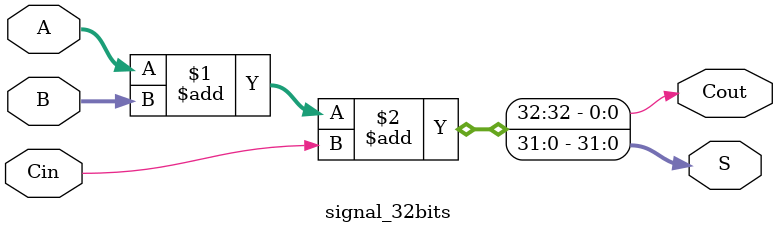
<source format=sv>
module signal_32bits (
    input  logic [31:0] A, B,
    input  logic Cin,
    output logic [31:0] S,
    output logic Cout
);
    assign {Cout, S} = A + B + Cin;// Carry final

endmodule: signal_32bits

</source>
